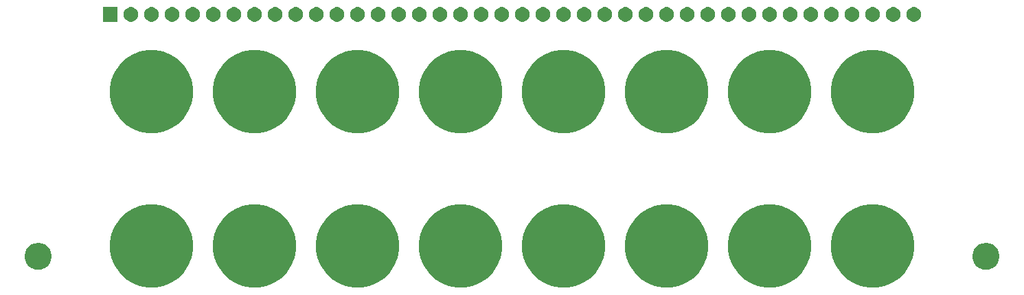
<source format=gbr>
From 1b8c0d32795be404dcd4f493d450cfa59134e1af Mon Sep 17 00:00:00 2001
From: Blaise Thompson <blaise@untzag.com>
Date: Fri, 7 May 2021 11:44:21 -0500
Subject: add

---
 .../front-panel-pcb/gerber/daughter-B_Mask.gbr     | 2344 ++++++++++++++++++++
 1 file changed, 2344 insertions(+)
 create mode 100644 potentiosynth/front-panel-pcb/gerber/daughter-B_Mask.gbr

(limited to 'potentiosynth/front-panel-pcb/gerber/daughter-B_Mask.gbr')

diff --git a/potentiosynth/front-panel-pcb/gerber/daughter-B_Mask.gbr b/potentiosynth/front-panel-pcb/gerber/daughter-B_Mask.gbr
new file mode 100644
index 0000000..42c86e9
--- /dev/null
+++ b/potentiosynth/front-panel-pcb/gerber/daughter-B_Mask.gbr
@@ -0,0 +1,2344 @@
+G04 #@! TF.GenerationSoftware,KiCad,Pcbnew,5.1.5+dfsg1-2*
+G04 #@! TF.CreationDate,2020-03-03T15:33:36-06:00*
+G04 #@! TF.ProjectId,daughter,64617567-6874-4657-922e-6b696361645f,1.3.1*
+G04 #@! TF.SameCoordinates,Original*
+G04 #@! TF.FileFunction,Soldermask,Bot*
+G04 #@! TF.FilePolarity,Negative*
+%FSLAX46Y46*%
+G04 Gerber Fmt 4.6, Leading zero omitted, Abs format (unit mm)*
+G04 Created by KiCad (PCBNEW 5.1.5+dfsg1-2) date 2020-03-03 15:33:36*
+%MOMM*%
+%LPD*%
+G04 APERTURE LIST*
+%ADD10C,0.100000*%
+G04 APERTURE END LIST*
+D10*
+G36*
+X159751008Y-99742590D02*
+G01*
+X160246658Y-99841181D01*
+X161180440Y-100227967D01*
+X162020822Y-100789492D01*
+X162735508Y-101504178D01*
+X163297033Y-102344560D01*
+X163683819Y-103278342D01*
+X163683819Y-103278344D01*
+X163881000Y-104269639D01*
+X163881000Y-105280361D01*
+X163782410Y-105776008D01*
+X163683819Y-106271658D01*
+X163297033Y-107205440D01*
+X162735508Y-108045822D01*
+X162020822Y-108760508D01*
+X161180440Y-109322033D01*
+X160246658Y-109708819D01*
+X159751009Y-109807409D01*
+X159255361Y-109906000D01*
+X158244639Y-109906000D01*
+X157748991Y-109807409D01*
+X157253342Y-109708819D01*
+X156319560Y-109322033D01*
+X155479178Y-108760508D01*
+X154764492Y-108045822D01*
+X154202967Y-107205440D01*
+X153816181Y-106271658D01*
+X153717591Y-105776009D01*
+X153619000Y-105280361D01*
+X153619000Y-104269639D01*
+X153816181Y-103278344D01*
+X153816181Y-103278342D01*
+X154202967Y-102344560D01*
+X154764492Y-101504178D01*
+X155479178Y-100789492D01*
+X156319560Y-100227967D01*
+X157253342Y-99841181D01*
+X157748991Y-99742591D01*
+X158244639Y-99644000D01*
+X159255361Y-99644000D01*
+X159751008Y-99742590D01*
+G37*
+G36*
+X134351008Y-99742590D02*
+G01*
+X134846658Y-99841181D01*
+X135780440Y-100227967D01*
+X136620822Y-100789492D01*
+X137335508Y-101504178D01*
+X137897033Y-102344560D01*
+X138283819Y-103278342D01*
+X138283819Y-103278344D01*
+X138481000Y-104269639D01*
+X138481000Y-105280361D01*
+X138382410Y-105776008D01*
+X138283819Y-106271658D01*
+X137897033Y-107205440D01*
+X137335508Y-108045822D01*
+X136620822Y-108760508D01*
+X135780440Y-109322033D01*
+X134846658Y-109708819D01*
+X134351009Y-109807409D01*
+X133855361Y-109906000D01*
+X132844639Y-109906000D01*
+X132348991Y-109807409D01*
+X131853342Y-109708819D01*
+X130919560Y-109322033D01*
+X130079178Y-108760508D01*
+X129364492Y-108045822D01*
+X128802967Y-107205440D01*
+X128416181Y-106271658D01*
+X128317591Y-105776009D01*
+X128219000Y-105280361D01*
+X128219000Y-104269639D01*
+X128416181Y-103278344D01*
+X128416181Y-103278342D01*
+X128802967Y-102344560D01*
+X129364492Y-101504178D01*
+X130079178Y-100789492D01*
+X130919560Y-100227967D01*
+X131853342Y-99841181D01*
+X132348991Y-99742591D01*
+X132844639Y-99644000D01*
+X133855361Y-99644000D01*
+X134351008Y-99742590D01*
+G37*
+G36*
+X108951008Y-99742590D02*
+G01*
+X109446658Y-99841181D01*
+X110380440Y-100227967D01*
+X111220822Y-100789492D01*
+X111935508Y-101504178D01*
+X112497033Y-102344560D01*
+X112883819Y-103278342D01*
+X112883819Y-103278344D01*
+X113081000Y-104269639D01*
+X113081000Y-105280361D01*
+X112982409Y-105776009D01*
+X112883819Y-106271658D01*
+X112497033Y-107205440D01*
+X111935508Y-108045822D01*
+X111220822Y-108760508D01*
+X110380440Y-109322033D01*
+X109446658Y-109708819D01*
+X108951009Y-109807409D01*
+X108455361Y-109906000D01*
+X107444639Y-109906000D01*
+X106948991Y-109807409D01*
+X106453342Y-109708819D01*
+X105519560Y-109322033D01*
+X104679178Y-108760508D01*
+X103964492Y-108045822D01*
+X103402967Y-107205440D01*
+X103016181Y-106271658D01*
+X102917591Y-105776009D01*
+X102819000Y-105280361D01*
+X102819000Y-104269639D01*
+X103016181Y-103278344D01*
+X103016181Y-103278342D01*
+X103402967Y-102344560D01*
+X103964492Y-101504178D01*
+X104679178Y-100789492D01*
+X105519560Y-100227967D01*
+X106453342Y-99841181D01*
+X106948991Y-99742591D01*
+X107444639Y-99644000D01*
+X108455361Y-99644000D01*
+X108951008Y-99742590D01*
+G37*
+G36*
+X83551008Y-99742590D02*
+G01*
+X84046658Y-99841181D01*
+X84980440Y-100227967D01*
+X85820822Y-100789492D01*
+X86535508Y-101504178D01*
+X87097033Y-102344560D01*
+X87483819Y-103278342D01*
+X87483819Y-103278344D01*
+X87681000Y-104269639D01*
+X87681000Y-105280361D01*
+X87582409Y-105776009D01*
+X87483819Y-106271658D01*
+X87097033Y-107205440D01*
+X86535508Y-108045822D01*
+X85820822Y-108760508D01*
+X84980440Y-109322033D01*
+X84046658Y-109708819D01*
+X83551009Y-109807409D01*
+X83055361Y-109906000D01*
+X82044639Y-109906000D01*
+X81548991Y-109807409D01*
+X81053342Y-109708819D01*
+X80119560Y-109322033D01*
+X79279178Y-108760508D01*
+X78564492Y-108045822D01*
+X78002967Y-107205440D01*
+X77616181Y-106271658D01*
+X77517591Y-105776009D01*
+X77419000Y-105280361D01*
+X77419000Y-104269639D01*
+X77616181Y-103278344D01*
+X77616181Y-103278342D01*
+X78002967Y-102344560D01*
+X78564492Y-101504178D01*
+X79279178Y-100789492D01*
+X80119560Y-100227967D01*
+X81053342Y-99841181D01*
+X81548991Y-99742591D01*
+X82044639Y-99644000D01*
+X83055361Y-99644000D01*
+X83551008Y-99742590D01*
+G37*
+G36*
+X147051008Y-99742590D02*
+G01*
+X147546658Y-99841181D01*
+X148480440Y-100227967D01*
+X149320822Y-100789492D01*
+X150035508Y-101504178D01*
+X150597033Y-102344560D01*
+X150983819Y-103278342D01*
+X150983819Y-103278344D01*
+X151181000Y-104269639D01*
+X151181000Y-105280361D01*
+X151082410Y-105776008D01*
+X150983819Y-106271658D01*
+X150597033Y-107205440D01*
+X150035508Y-108045822D01*
+X149320822Y-108760508D01*
+X148480440Y-109322033D01*
+X147546658Y-109708819D01*
+X147051009Y-109807409D01*
+X146555361Y-109906000D01*
+X145544639Y-109906000D01*
+X145048991Y-109807409D01*
+X144553342Y-109708819D01*
+X143619560Y-109322033D01*
+X142779178Y-108760508D01*
+X142064492Y-108045822D01*
+X141502967Y-107205440D01*
+X141116181Y-106271658D01*
+X141017591Y-105776009D01*
+X140919000Y-105280361D01*
+X140919000Y-104269639D01*
+X141116181Y-103278344D01*
+X141116181Y-103278342D01*
+X141502967Y-102344560D01*
+X142064492Y-101504178D01*
+X142779178Y-100789492D01*
+X143619560Y-100227967D01*
+X144553342Y-99841181D01*
+X145048991Y-99742591D01*
+X145544639Y-99644000D01*
+X146555361Y-99644000D01*
+X147051008Y-99742590D01*
+G37*
+G36*
+X121651008Y-99742590D02*
+G01*
+X122146658Y-99841181D01*
+X123080440Y-100227967D01*
+X123920822Y-100789492D01*
+X124635508Y-101504178D01*
+X125197033Y-102344560D01*
+X125583819Y-103278342D01*
+X125583819Y-103278344D01*
+X125781000Y-104269639D01*
+X125781000Y-105280361D01*
+X125682410Y-105776008D01*
+X125583819Y-106271658D01*
+X125197033Y-107205440D01*
+X124635508Y-108045822D01*
+X123920822Y-108760508D01*
+X123080440Y-109322033D01*
+X122146658Y-109708819D01*
+X121651009Y-109807409D01*
+X121155361Y-109906000D01*
+X120144639Y-109906000D01*
+X119648991Y-109807409D01*
+X119153342Y-109708819D01*
+X118219560Y-109322033D01*
+X117379178Y-108760508D01*
+X116664492Y-108045822D01*
+X116102967Y-107205440D01*
+X115716181Y-106271658D01*
+X115617591Y-105776009D01*
+X115519000Y-105280361D01*
+X115519000Y-104269639D01*
+X115716181Y-103278344D01*
+X115716181Y-103278342D01*
+X116102967Y-102344560D01*
+X116664492Y-101504178D01*
+X117379178Y-100789492D01*
+X118219560Y-100227967D01*
+X119153342Y-99841181D01*
+X119648991Y-99742591D01*
+X120144639Y-99644000D01*
+X121155361Y-99644000D01*
+X121651008Y-99742590D01*
+G37*
+G36*
+X70851008Y-99742590D02*
+G01*
+X71346658Y-99841181D01*
+X72280440Y-100227967D01*
+X73120822Y-100789492D01*
+X73835508Y-101504178D01*
+X74397033Y-102344560D01*
+X74783819Y-103278342D01*
+X74783819Y-103278344D01*
+X74981000Y-104269639D01*
+X74981000Y-105280361D01*
+X74882409Y-105776009D01*
+X74783819Y-106271658D01*
+X74397033Y-107205440D01*
+X73835508Y-108045822D01*
+X73120822Y-108760508D01*
+X72280440Y-109322033D01*
+X71346658Y-109708819D01*
+X70851009Y-109807409D01*
+X70355361Y-109906000D01*
+X69344639Y-109906000D01*
+X68848991Y-109807409D01*
+X68353342Y-109708819D01*
+X67419560Y-109322033D01*
+X66579178Y-108760508D01*
+X65864492Y-108045822D01*
+X65302967Y-107205440D01*
+X64916181Y-106271658D01*
+X64817591Y-105776009D01*
+X64719000Y-105280361D01*
+X64719000Y-104269639D01*
+X64916181Y-103278344D01*
+X64916181Y-103278342D01*
+X65302967Y-102344560D01*
+X65864492Y-101504178D01*
+X66579178Y-100789492D01*
+X67419560Y-100227967D01*
+X68353342Y-99841181D01*
+X68848991Y-99742591D01*
+X69344639Y-99644000D01*
+X70355361Y-99644000D01*
+X70851008Y-99742590D01*
+G37*
+G36*
+X96251008Y-99742590D02*
+G01*
+X96746658Y-99841181D01*
+X97680440Y-100227967D01*
+X98520822Y-100789492D01*
+X99235508Y-101504178D01*
+X99797033Y-102344560D01*
+X100183819Y-103278342D01*
+X100183819Y-103278344D01*
+X100381000Y-104269639D01*
+X100381000Y-105280361D01*
+X100282409Y-105776009D01*
+X100183819Y-106271658D01*
+X99797033Y-107205440D01*
+X99235508Y-108045822D01*
+X98520822Y-108760508D01*
+X97680440Y-109322033D01*
+X96746658Y-109708819D01*
+X96251009Y-109807409D01*
+X95755361Y-109906000D01*
+X94744639Y-109906000D01*
+X94248991Y-109807409D01*
+X93753342Y-109708819D01*
+X92819560Y-109322033D01*
+X91979178Y-108760508D01*
+X91264492Y-108045822D01*
+X90702967Y-107205440D01*
+X90316181Y-106271658D01*
+X90217591Y-105776009D01*
+X90119000Y-105280361D01*
+X90119000Y-104269639D01*
+X90316181Y-103278344D01*
+X90316181Y-103278342D01*
+X90702967Y-102344560D01*
+X91264492Y-101504178D01*
+X91979178Y-100789492D01*
+X92819560Y-100227967D01*
+X93753342Y-99841181D01*
+X94248991Y-99742591D01*
+X94744639Y-99644000D01*
+X95755361Y-99644000D01*
+X96251008Y-99742590D01*
+G37*
+G36*
+X173095256Y-104436298D02*
+G01*
+X173201579Y-104457447D01*
+X173502042Y-104581903D01*
+X173772451Y-104762585D01*
+X174002415Y-104992549D01*
+X174002416Y-104992551D01*
+X174183098Y-105262960D01*
+X174307553Y-105563422D01*
+X174371000Y-105882389D01*
+X174371000Y-106207611D01*
+X174358260Y-106271658D01*
+X174307553Y-106526579D01*
+X174183097Y-106827042D01*
+X174002415Y-107097451D01*
+X173772451Y-107327415D01*
+X173502042Y-107508097D01*
+X173201579Y-107632553D01*
+X173095256Y-107653702D01*
+X172882611Y-107696000D01*
+X172557389Y-107696000D01*
+X172344744Y-107653702D01*
+X172238421Y-107632553D01*
+X171937958Y-107508097D01*
+X171667549Y-107327415D01*
+X171437585Y-107097451D01*
+X171256903Y-106827042D01*
+X171132447Y-106526579D01*
+X171081740Y-106271658D01*
+X171069000Y-106207611D01*
+X171069000Y-105882389D01*
+X171132447Y-105563422D01*
+X171256902Y-105262960D01*
+X171437584Y-104992551D01*
+X171437585Y-104992549D01*
+X171667549Y-104762585D01*
+X171937958Y-104581903D01*
+X172238421Y-104457447D01*
+X172344744Y-104436298D01*
+X172557389Y-104394000D01*
+X172882611Y-104394000D01*
+X173095256Y-104436298D01*
+G37*
+G36*
+X56255256Y-104436298D02*
+G01*
+X56361579Y-104457447D01*
+X56662042Y-104581903D01*
+X56932451Y-104762585D01*
+X57162415Y-104992549D01*
+X57162416Y-104992551D01*
+X57343098Y-105262960D01*
+X57467553Y-105563422D01*
+X57531000Y-105882389D01*
+X57531000Y-106207611D01*
+X57518260Y-106271658D01*
+X57467553Y-106526579D01*
+X57343097Y-106827042D01*
+X57162415Y-107097451D01*
+X56932451Y-107327415D01*
+X56662042Y-107508097D01*
+X56361579Y-107632553D01*
+X56255256Y-107653702D01*
+X56042611Y-107696000D01*
+X55717389Y-107696000D01*
+X55504744Y-107653702D01*
+X55398421Y-107632553D01*
+X55097958Y-107508097D01*
+X54827549Y-107327415D01*
+X54597585Y-107097451D01*
+X54416903Y-106827042D01*
+X54292447Y-106526579D01*
+X54241740Y-106271658D01*
+X54229000Y-106207611D01*
+X54229000Y-105882389D01*
+X54292447Y-105563422D01*
+X54416902Y-105262960D01*
+X54597584Y-104992551D01*
+X54597585Y-104992549D01*
+X54827549Y-104762585D01*
+X55097958Y-104581903D01*
+X55398421Y-104457447D01*
+X55504744Y-104436298D01*
+X55717389Y-104394000D01*
+X56042611Y-104394000D01*
+X56255256Y-104436298D01*
+G37*
+G36*
+X159751008Y-80692590D02*
+G01*
+X160246658Y-80791181D01*
+X161180440Y-81177967D01*
+X162020822Y-81739492D01*
+X162735508Y-82454178D01*
+X163297033Y-83294560D01*
+X163683819Y-84228342D01*
+X163881000Y-85219641D01*
+X163881000Y-86230359D01*
+X163683819Y-87221658D01*
+X163297033Y-88155440D01*
+X162735508Y-88995822D01*
+X162020822Y-89710508D01*
+X161180440Y-90272033D01*
+X160246658Y-90658819D01*
+X159751008Y-90757410D01*
+X159255361Y-90856000D01*
+X158244639Y-90856000D01*
+X157748992Y-90757410D01*
+X157253342Y-90658819D01*
+X156319560Y-90272033D01*
+X155479178Y-89710508D01*
+X154764492Y-88995822D01*
+X154202967Y-88155440D01*
+X153816181Y-87221658D01*
+X153619000Y-86230359D01*
+X153619000Y-85219641D01*
+X153816181Y-84228342D01*
+X154202967Y-83294560D01*
+X154764492Y-82454178D01*
+X155479178Y-81739492D01*
+X156319560Y-81177967D01*
+X157253342Y-80791181D01*
+X157748991Y-80692591D01*
+X158244639Y-80594000D01*
+X159255361Y-80594000D01*
+X159751008Y-80692590D01*
+G37*
+G36*
+X121651008Y-80692590D02*
+G01*
+X122146658Y-80791181D01*
+X123080440Y-81177967D01*
+X123920822Y-81739492D01*
+X124635508Y-82454178D01*
+X125197033Y-83294560D01*
+X125583819Y-84228342D01*
+X125781000Y-85219641D01*
+X125781000Y-86230359D01*
+X125583819Y-87221658D01*
+X125197033Y-88155440D01*
+X124635508Y-88995822D01*
+X123920822Y-89710508D01*
+X123080440Y-90272033D01*
+X122146658Y-90658819D01*
+X121651008Y-90757410D01*
+X121155361Y-90856000D01*
+X120144639Y-90856000D01*
+X119648992Y-90757410D01*
+X119153342Y-90658819D01*
+X118219560Y-90272033D01*
+X117379178Y-89710508D01*
+X116664492Y-88995822D01*
+X116102967Y-88155440D01*
+X115716181Y-87221658D01*
+X115519000Y-86230359D01*
+X115519000Y-85219641D01*
+X115716181Y-84228342D01*
+X116102967Y-83294560D01*
+X116664492Y-82454178D01*
+X117379178Y-81739492D01*
+X118219560Y-81177967D01*
+X119153342Y-80791181D01*
+X119648992Y-80692590D01*
+X120144639Y-80594000D01*
+X121155361Y-80594000D01*
+X121651008Y-80692590D01*
+G37*
+G36*
+X147051008Y-80692590D02*
+G01*
+X147546658Y-80791181D01*
+X148480440Y-81177967D01*
+X149320822Y-81739492D01*
+X150035508Y-82454178D01*
+X150597033Y-83294560D01*
+X150983819Y-84228342D01*
+X151181000Y-85219641D01*
+X151181000Y-86230359D01*
+X150983819Y-87221658D01*
+X150597033Y-88155440D01*
+X150035508Y-88995822D01*
+X149320822Y-89710508D01*
+X148480440Y-90272033D01*
+X147546658Y-90658819D01*
+X147051008Y-90757410D01*
+X146555361Y-90856000D01*
+X145544639Y-90856000D01*
+X145048992Y-90757410D01*
+X144553342Y-90658819D01*
+X143619560Y-90272033D01*
+X142779178Y-89710508D01*
+X142064492Y-88995822D01*
+X141502967Y-88155440D01*
+X141116181Y-87221658D01*
+X140919000Y-86230359D01*
+X140919000Y-85219641D01*
+X141116181Y-84228342D01*
+X141502967Y-83294560D01*
+X142064492Y-82454178D01*
+X142779178Y-81739492D01*
+X143619560Y-81177967D01*
+X144553342Y-80791181D01*
+X145048991Y-80692591D01*
+X145544639Y-80594000D01*
+X146555361Y-80594000D01*
+X147051008Y-80692590D01*
+G37*
+G36*
+X108951008Y-80692590D02*
+G01*
+X109446658Y-80791181D01*
+X110380440Y-81177967D01*
+X111220822Y-81739492D01*
+X111935508Y-82454178D01*
+X112497033Y-83294560D01*
+X112883819Y-84228342D01*
+X113081000Y-85219641D01*
+X113081000Y-86230359D01*
+X112883819Y-87221658D01*
+X112497033Y-88155440D01*
+X111935508Y-88995822D01*
+X111220822Y-89710508D01*
+X110380440Y-90272033D01*
+X109446658Y-90658819D01*
+X108951008Y-90757410D01*
+X108455361Y-90856000D01*
+X107444639Y-90856000D01*
+X106948992Y-90757410D01*
+X106453342Y-90658819D01*
+X105519560Y-90272033D01*
+X104679178Y-89710508D01*
+X103964492Y-88995822D01*
+X103402967Y-88155440D01*
+X103016181Y-87221658D01*
+X102819000Y-86230359D01*
+X102819000Y-85219641D01*
+X103016181Y-84228342D01*
+X103402967Y-83294560D01*
+X103964492Y-82454178D01*
+X104679178Y-81739492D01*
+X105519560Y-81177967D01*
+X106453342Y-80791181D01*
+X106948992Y-80692590D01*
+X107444639Y-80594000D01*
+X108455361Y-80594000D01*
+X108951008Y-80692590D01*
+G37*
+G36*
+X96251008Y-80692590D02*
+G01*
+X96746658Y-80791181D01*
+X97680440Y-81177967D01*
+X98520822Y-81739492D01*
+X99235508Y-82454178D01*
+X99797033Y-83294560D01*
+X100183819Y-84228342D01*
+X100381000Y-85219641D01*
+X100381000Y-86230359D01*
+X100183819Y-87221658D01*
+X99797033Y-88155440D01*
+X99235508Y-88995822D01*
+X98520822Y-89710508D01*
+X97680440Y-90272033D01*
+X96746658Y-90658819D01*
+X96251008Y-90757410D01*
+X95755361Y-90856000D01*
+X94744639Y-90856000D01*
+X94248992Y-90757410D01*
+X93753342Y-90658819D01*
+X92819560Y-90272033D01*
+X91979178Y-89710508D01*
+X91264492Y-88995822D01*
+X90702967Y-88155440D01*
+X90316181Y-87221658D01*
+X90119000Y-86230359D01*
+X90119000Y-85219641D01*
+X90316181Y-84228342D01*
+X90702967Y-83294560D01*
+X91264492Y-82454178D01*
+X91979178Y-81739492D01*
+X92819560Y-81177967D01*
+X93753342Y-80791181D01*
+X94248992Y-80692590D01*
+X94744639Y-80594000D01*
+X95755361Y-80594000D01*
+X96251008Y-80692590D01*
+G37*
+G36*
+X83551008Y-80692590D02*
+G01*
+X84046658Y-80791181D01*
+X84980440Y-81177967D01*
+X85820822Y-81739492D01*
+X86535508Y-82454178D01*
+X87097033Y-83294560D01*
+X87483819Y-84228342D01*
+X87681000Y-85219641D01*
+X87681000Y-86230359D01*
+X87483819Y-87221658D01*
+X87097033Y-88155440D01*
+X86535508Y-88995822D01*
+X85820822Y-89710508D01*
+X84980440Y-90272033D01*
+X84046658Y-90658819D01*
+X83551008Y-90757410D01*
+X83055361Y-90856000D01*
+X82044639Y-90856000D01*
+X81548992Y-90757410D01*
+X81053342Y-90658819D01*
+X80119560Y-90272033D01*
+X79279178Y-89710508D01*
+X78564492Y-88995822D01*
+X78002967Y-88155440D01*
+X77616181Y-87221658D01*
+X77419000Y-86230359D01*
+X77419000Y-85219641D01*
+X77616181Y-84228342D01*
+X78002967Y-83294560D01*
+X78564492Y-82454178D01*
+X79279178Y-81739492D01*
+X80119560Y-81177967D01*
+X81053342Y-80791181D01*
+X81548992Y-80692590D01*
+X82044639Y-80594000D01*
+X83055361Y-80594000D01*
+X83551008Y-80692590D01*
+G37*
+G36*
+X70851008Y-80692590D02*
+G01*
+X71346658Y-80791181D01*
+X72280440Y-81177967D01*
+X73120822Y-81739492D01*
+X73835508Y-82454178D01*
+X74397033Y-83294560D01*
+X74783819Y-84228342D01*
+X74981000Y-85219641D01*
+X74981000Y-86230359D01*
+X74783819Y-87221658D01*
+X74397033Y-88155440D01*
+X73835508Y-88995822D01*
+X73120822Y-89710508D01*
+X72280440Y-90272033D01*
+X71346658Y-90658819D01*
+X70851008Y-90757410D01*
+X70355361Y-90856000D01*
+X69344639Y-90856000D01*
+X68848992Y-90757410D01*
+X68353342Y-90658819D01*
+X67419560Y-90272033D01*
+X66579178Y-89710508D01*
+X65864492Y-88995822D01*
+X65302967Y-88155440D01*
+X64916181Y-87221658D01*
+X64719000Y-86230359D01*
+X64719000Y-85219641D01*
+X64916181Y-84228342D01*
+X65302967Y-83294560D01*
+X65864492Y-82454178D01*
+X66579178Y-81739492D01*
+X67419560Y-81177967D01*
+X68353342Y-80791181D01*
+X68848992Y-80692590D01*
+X69344639Y-80594000D01*
+X70355361Y-80594000D01*
+X70851008Y-80692590D01*
+G37*
+G36*
+X134351008Y-80692590D02*
+G01*
+X134846658Y-80791181D01*
+X135780440Y-81177967D01*
+X136620822Y-81739492D01*
+X137335508Y-82454178D01*
+X137897033Y-83294560D01*
+X138283819Y-84228342D01*
+X138481000Y-85219641D01*
+X138481000Y-86230359D01*
+X138283819Y-87221658D01*
+X137897033Y-88155440D01*
+X137335508Y-88995822D01*
+X136620822Y-89710508D01*
+X135780440Y-90272033D01*
+X134846658Y-90658819D01*
+X134351008Y-90757410D01*
+X133855361Y-90856000D01*
+X132844639Y-90856000D01*
+X132348992Y-90757410D01*
+X131853342Y-90658819D01*
+X130919560Y-90272033D01*
+X130079178Y-89710508D01*
+X129364492Y-88995822D01*
+X128802967Y-88155440D01*
+X128416181Y-87221658D01*
+X128219000Y-86230359D01*
+X128219000Y-85219641D01*
+X128416181Y-84228342D01*
+X128802967Y-83294560D01*
+X129364492Y-82454178D01*
+X130079178Y-81739492D01*
+X130919560Y-81177967D01*
+X131853342Y-80791181D01*
+X132348991Y-80692591D01*
+X132844639Y-80594000D01*
+X133855361Y-80594000D01*
+X134351008Y-80692590D01*
+G37*
+G36*
+X85203512Y-75303927D02*
+G01*
+X85352812Y-75333624D01*
+X85516784Y-75401544D01*
+X85664354Y-75500147D01*
+X85789853Y-75625646D01*
+X85888456Y-75773216D01*
+X85956376Y-75937188D01*
+X85991000Y-76111259D01*
+X85991000Y-76288741D01*
+X85956376Y-76462812D01*
+X85888456Y-76626784D01*
+X85789853Y-76774354D01*
+X85664354Y-76899853D01*
+X85516784Y-76998456D01*
+X85352812Y-77066376D01*
+X85203512Y-77096073D01*
+X85178742Y-77101000D01*
+X85001258Y-77101000D01*
+X84976488Y-77096073D01*
+X84827188Y-77066376D01*
+X84663216Y-76998456D01*
+X84515646Y-76899853D01*
+X84390147Y-76774354D01*
+X84291544Y-76626784D01*
+X84223624Y-76462812D01*
+X84189000Y-76288741D01*
+X84189000Y-76111259D01*
+X84223624Y-75937188D01*
+X84291544Y-75773216D01*
+X84390147Y-75625646D01*
+X84515646Y-75500147D01*
+X84663216Y-75401544D01*
+X84827188Y-75333624D01*
+X84976488Y-75303927D01*
+X85001258Y-75299000D01*
+X85178742Y-75299000D01*
+X85203512Y-75303927D01*
+G37*
+G36*
+X133463512Y-75303927D02*
+G01*
+X133612812Y-75333624D01*
+X133776784Y-75401544D01*
+X133924354Y-75500147D01*
+X134049853Y-75625646D01*
+X134148456Y-75773216D01*
+X134216376Y-75937188D01*
+X134251000Y-76111259D01*
+X134251000Y-76288741D01*
+X134216376Y-76462812D01*
+X134148456Y-76626784D01*
+X134049853Y-76774354D01*
+X133924354Y-76899853D01*
+X133776784Y-76998456D01*
+X133612812Y-77066376D01*
+X133463512Y-77096073D01*
+X133438742Y-77101000D01*
+X133261258Y-77101000D01*
+X133236488Y-77096073D01*
+X133087188Y-77066376D01*
+X132923216Y-76998456D01*
+X132775646Y-76899853D01*
+X132650147Y-76774354D01*
+X132551544Y-76626784D01*
+X132483624Y-76462812D01*
+X132449000Y-76288741D01*
+X132449000Y-76111259D01*
+X132483624Y-75937188D01*
+X132551544Y-75773216D01*
+X132650147Y-75625646D01*
+X132775646Y-75500147D01*
+X132923216Y-75401544D01*
+X133087188Y-75333624D01*
+X133236488Y-75303927D01*
+X133261258Y-75299000D01*
+X133438742Y-75299000D01*
+X133463512Y-75303927D01*
+G37*
+G36*
+X87743512Y-75303927D02*
+G01*
+X87892812Y-75333624D01*
+X88056784Y-75401544D01*
+X88204354Y-75500147D01*
+X88329853Y-75625646D01*
+X88428456Y-75773216D01*
+X88496376Y-75937188D01*
+X88531000Y-76111259D01*
+X88531000Y-76288741D01*
+X88496376Y-76462812D01*
+X88428456Y-76626784D01*
+X88329853Y-76774354D01*
+X88204354Y-76899853D01*
+X88056784Y-76998456D01*
+X87892812Y-77066376D01*
+X87743512Y-77096073D01*
+X87718742Y-77101000D01*
+X87541258Y-77101000D01*
+X87516488Y-77096073D01*
+X87367188Y-77066376D01*
+X87203216Y-76998456D01*
+X87055646Y-76899853D01*
+X86930147Y-76774354D01*
+X86831544Y-76626784D01*
+X86763624Y-76462812D01*
+X86729000Y-76288741D01*
+X86729000Y-76111259D01*
+X86763624Y-75937188D01*
+X86831544Y-75773216D01*
+X86930147Y-75625646D01*
+X87055646Y-75500147D01*
+X87203216Y-75401544D01*
+X87367188Y-75333624D01*
+X87516488Y-75303927D01*
+X87541258Y-75299000D01*
+X87718742Y-75299000D01*
+X87743512Y-75303927D01*
+G37*
+G36*
+X90283512Y-75303927D02*
+G01*
+X90432812Y-75333624D01*
+X90596784Y-75401544D01*
+X90744354Y-75500147D01*
+X90869853Y-75625646D01*
+X90968456Y-75773216D01*
+X91036376Y-75937188D01*
+X91071000Y-76111259D01*
+X91071000Y-76288741D01*
+X91036376Y-76462812D01*
+X90968456Y-76626784D01*
+X90869853Y-76774354D01*
+X90744354Y-76899853D01*
+X90596784Y-76998456D01*
+X90432812Y-77066376D01*
+X90283512Y-77096073D01*
+X90258742Y-77101000D01*
+X90081258Y-77101000D01*
+X90056488Y-77096073D01*
+X89907188Y-77066376D01*
+X89743216Y-76998456D01*
+X89595646Y-76899853D01*
+X89470147Y-76774354D01*
+X89371544Y-76626784D01*
+X89303624Y-76462812D01*
+X89269000Y-76288741D01*
+X89269000Y-76111259D01*
+X89303624Y-75937188D01*
+X89371544Y-75773216D01*
+X89470147Y-75625646D01*
+X89595646Y-75500147D01*
+X89743216Y-75401544D01*
+X89907188Y-75333624D01*
+X90056488Y-75303927D01*
+X90081258Y-75299000D01*
+X90258742Y-75299000D01*
+X90283512Y-75303927D01*
+G37*
+G36*
+X92823512Y-75303927D02*
+G01*
+X92972812Y-75333624D01*
+X93136784Y-75401544D01*
+X93284354Y-75500147D01*
+X93409853Y-75625646D01*
+X93508456Y-75773216D01*
+X93576376Y-75937188D01*
+X93611000Y-76111259D01*
+X93611000Y-76288741D01*
+X93576376Y-76462812D01*
+X93508456Y-76626784D01*
+X93409853Y-76774354D01*
+X93284354Y-76899853D01*
+X93136784Y-76998456D01*
+X92972812Y-77066376D01*
+X92823512Y-77096073D01*
+X92798742Y-77101000D01*
+X92621258Y-77101000D01*
+X92596488Y-77096073D01*
+X92447188Y-77066376D01*
+X92283216Y-76998456D01*
+X92135646Y-76899853D01*
+X92010147Y-76774354D01*
+X91911544Y-76626784D01*
+X91843624Y-76462812D01*
+X91809000Y-76288741D01*
+X91809000Y-76111259D01*
+X91843624Y-75937188D01*
+X91911544Y-75773216D01*
+X92010147Y-75625646D01*
+X92135646Y-75500147D01*
+X92283216Y-75401544D01*
+X92447188Y-75333624D01*
+X92596488Y-75303927D01*
+X92621258Y-75299000D01*
+X92798742Y-75299000D01*
+X92823512Y-75303927D01*
+G37*
+G36*
+X95363512Y-75303927D02*
+G01*
+X95512812Y-75333624D01*
+X95676784Y-75401544D01*
+X95824354Y-75500147D01*
+X95949853Y-75625646D01*
+X96048456Y-75773216D01*
+X96116376Y-75937188D01*
+X96151000Y-76111259D01*
+X96151000Y-76288741D01*
+X96116376Y-76462812D01*
+X96048456Y-76626784D01*
+X95949853Y-76774354D01*
+X95824354Y-76899853D01*
+X95676784Y-76998456D01*
+X95512812Y-77066376D01*
+X95363512Y-77096073D01*
+X95338742Y-77101000D01*
+X95161258Y-77101000D01*
+X95136488Y-77096073D01*
+X94987188Y-77066376D01*
+X94823216Y-76998456D01*
+X94675646Y-76899853D01*
+X94550147Y-76774354D01*
+X94451544Y-76626784D01*
+X94383624Y-76462812D01*
+X94349000Y-76288741D01*
+X94349000Y-76111259D01*
+X94383624Y-75937188D01*
+X94451544Y-75773216D01*
+X94550147Y-75625646D01*
+X94675646Y-75500147D01*
+X94823216Y-75401544D01*
+X94987188Y-75333624D01*
+X95136488Y-75303927D01*
+X95161258Y-75299000D01*
+X95338742Y-75299000D01*
+X95363512Y-75303927D01*
+G37*
+G36*
+X97903512Y-75303927D02*
+G01*
+X98052812Y-75333624D01*
+X98216784Y-75401544D01*
+X98364354Y-75500147D01*
+X98489853Y-75625646D01*
+X98588456Y-75773216D01*
+X98656376Y-75937188D01*
+X98691000Y-76111259D01*
+X98691000Y-76288741D01*
+X98656376Y-76462812D01*
+X98588456Y-76626784D01*
+X98489853Y-76774354D01*
+X98364354Y-76899853D01*
+X98216784Y-76998456D01*
+X98052812Y-77066376D01*
+X97903512Y-77096073D01*
+X97878742Y-77101000D01*
+X97701258Y-77101000D01*
+X97676488Y-77096073D01*
+X97527188Y-77066376D01*
+X97363216Y-76998456D01*
+X97215646Y-76899853D01*
+X97090147Y-76774354D01*
+X96991544Y-76626784D01*
+X96923624Y-76462812D01*
+X96889000Y-76288741D01*
+X96889000Y-76111259D01*
+X96923624Y-75937188D01*
+X96991544Y-75773216D01*
+X97090147Y-75625646D01*
+X97215646Y-75500147D01*
+X97363216Y-75401544D01*
+X97527188Y-75333624D01*
+X97676488Y-75303927D01*
+X97701258Y-75299000D01*
+X97878742Y-75299000D01*
+X97903512Y-75303927D01*
+G37*
+G36*
+X65671000Y-77101000D02*
+G01*
+X63869000Y-77101000D01*
+X63869000Y-75299000D01*
+X65671000Y-75299000D01*
+X65671000Y-77101000D01*
+G37*
+G36*
+X102983512Y-75303927D02*
+G01*
+X103132812Y-75333624D01*
+X103296784Y-75401544D01*
+X103444354Y-75500147D01*
+X103569853Y-75625646D01*
+X103668456Y-75773216D01*
+X103736376Y-75937188D01*
+X103771000Y-76111259D01*
+X103771000Y-76288741D01*
+X103736376Y-76462812D01*
+X103668456Y-76626784D01*
+X103569853Y-76774354D01*
+X103444354Y-76899853D01*
+X103296784Y-76998456D01*
+X103132812Y-77066376D01*
+X102983512Y-77096073D01*
+X102958742Y-77101000D01*
+X102781258Y-77101000D01*
+X102756488Y-77096073D01*
+X102607188Y-77066376D01*
+X102443216Y-76998456D01*
+X102295646Y-76899853D01*
+X102170147Y-76774354D01*
+X102071544Y-76626784D01*
+X102003624Y-76462812D01*
+X101969000Y-76288741D01*
+X101969000Y-76111259D01*
+X102003624Y-75937188D01*
+X102071544Y-75773216D01*
+X102170147Y-75625646D01*
+X102295646Y-75500147D01*
+X102443216Y-75401544D01*
+X102607188Y-75333624D01*
+X102756488Y-75303927D01*
+X102781258Y-75299000D01*
+X102958742Y-75299000D01*
+X102983512Y-75303927D01*
+G37*
+G36*
+X105523512Y-75303927D02*
+G01*
+X105672812Y-75333624D01*
+X105836784Y-75401544D01*
+X105984354Y-75500147D01*
+X106109853Y-75625646D01*
+X106208456Y-75773216D01*
+X106276376Y-75937188D01*
+X106311000Y-76111259D01*
+X106311000Y-76288741D01*
+X106276376Y-76462812D01*
+X106208456Y-76626784D01*
+X106109853Y-76774354D01*
+X105984354Y-76899853D01*
+X105836784Y-76998456D01*
+X105672812Y-77066376D01*
+X105523512Y-77096073D01*
+X105498742Y-77101000D01*
+X105321258Y-77101000D01*
+X105296488Y-77096073D01*
+X105147188Y-77066376D01*
+X104983216Y-76998456D01*
+X104835646Y-76899853D01*
+X104710147Y-76774354D01*
+X104611544Y-76626784D01*
+X104543624Y-76462812D01*
+X104509000Y-76288741D01*
+X104509000Y-76111259D01*
+X104543624Y-75937188D01*
+X104611544Y-75773216D01*
+X104710147Y-75625646D01*
+X104835646Y-75500147D01*
+X104983216Y-75401544D01*
+X105147188Y-75333624D01*
+X105296488Y-75303927D01*
+X105321258Y-75299000D01*
+X105498742Y-75299000D01*
+X105523512Y-75303927D01*
+G37*
+G36*
+X108063512Y-75303927D02*
+G01*
+X108212812Y-75333624D01*
+X108376784Y-75401544D01*
+X108524354Y-75500147D01*
+X108649853Y-75625646D01*
+X108748456Y-75773216D01*
+X108816376Y-75937188D01*
+X108851000Y-76111259D01*
+X108851000Y-76288741D01*
+X108816376Y-76462812D01*
+X108748456Y-76626784D01*
+X108649853Y-76774354D01*
+X108524354Y-76899853D01*
+X108376784Y-76998456D01*
+X108212812Y-77066376D01*
+X108063512Y-77096073D01*
+X108038742Y-77101000D01*
+X107861258Y-77101000D01*
+X107836488Y-77096073D01*
+X107687188Y-77066376D01*
+X107523216Y-76998456D01*
+X107375646Y-76899853D01*
+X107250147Y-76774354D01*
+X107151544Y-76626784D01*
+X107083624Y-76462812D01*
+X107049000Y-76288741D01*
+X107049000Y-76111259D01*
+X107083624Y-75937188D01*
+X107151544Y-75773216D01*
+X107250147Y-75625646D01*
+X107375646Y-75500147D01*
+X107523216Y-75401544D01*
+X107687188Y-75333624D01*
+X107836488Y-75303927D01*
+X107861258Y-75299000D01*
+X108038742Y-75299000D01*
+X108063512Y-75303927D01*
+G37*
+G36*
+X110603512Y-75303927D02*
+G01*
+X110752812Y-75333624D01*
+X110916784Y-75401544D01*
+X111064354Y-75500147D01*
+X111189853Y-75625646D01*
+X111288456Y-75773216D01*
+X111356376Y-75937188D01*
+X111391000Y-76111259D01*
+X111391000Y-76288741D01*
+X111356376Y-76462812D01*
+X111288456Y-76626784D01*
+X111189853Y-76774354D01*
+X111064354Y-76899853D01*
+X110916784Y-76998456D01*
+X110752812Y-77066376D01*
+X110603512Y-77096073D01*
+X110578742Y-77101000D01*
+X110401258Y-77101000D01*
+X110376488Y-77096073D01*
+X110227188Y-77066376D01*
+X110063216Y-76998456D01*
+X109915646Y-76899853D01*
+X109790147Y-76774354D01*
+X109691544Y-76626784D01*
+X109623624Y-76462812D01*
+X109589000Y-76288741D01*
+X109589000Y-76111259D01*
+X109623624Y-75937188D01*
+X109691544Y-75773216D01*
+X109790147Y-75625646D01*
+X109915646Y-75500147D01*
+X110063216Y-75401544D01*
+X110227188Y-75333624D01*
+X110376488Y-75303927D01*
+X110401258Y-75299000D01*
+X110578742Y-75299000D01*
+X110603512Y-75303927D01*
+G37*
+G36*
+X113143512Y-75303927D02*
+G01*
+X113292812Y-75333624D01*
+X113456784Y-75401544D01*
+X113604354Y-75500147D01*
+X113729853Y-75625646D01*
+X113828456Y-75773216D01*
+X113896376Y-75937188D01*
+X113931000Y-76111259D01*
+X113931000Y-76288741D01*
+X113896376Y-76462812D01*
+X113828456Y-76626784D01*
+X113729853Y-76774354D01*
+X113604354Y-76899853D01*
+X113456784Y-76998456D01*
+X113292812Y-77066376D01*
+X113143512Y-77096073D01*
+X113118742Y-77101000D01*
+X112941258Y-77101000D01*
+X112916488Y-77096073D01*
+X112767188Y-77066376D01*
+X112603216Y-76998456D01*
+X112455646Y-76899853D01*
+X112330147Y-76774354D01*
+X112231544Y-76626784D01*
+X112163624Y-76462812D01*
+X112129000Y-76288741D01*
+X112129000Y-76111259D01*
+X112163624Y-75937188D01*
+X112231544Y-75773216D01*
+X112330147Y-75625646D01*
+X112455646Y-75500147D01*
+X112603216Y-75401544D01*
+X112767188Y-75333624D01*
+X112916488Y-75303927D01*
+X112941258Y-75299000D01*
+X113118742Y-75299000D01*
+X113143512Y-75303927D01*
+G37*
+G36*
+X115683512Y-75303927D02*
+G01*
+X115832812Y-75333624D01*
+X115996784Y-75401544D01*
+X116144354Y-75500147D01*
+X116269853Y-75625646D01*
+X116368456Y-75773216D01*
+X116436376Y-75937188D01*
+X116471000Y-76111259D01*
+X116471000Y-76288741D01*
+X116436376Y-76462812D01*
+X116368456Y-76626784D01*
+X116269853Y-76774354D01*
+X116144354Y-76899853D01*
+X115996784Y-76998456D01*
+X115832812Y-77066376D01*
+X115683512Y-77096073D01*
+X115658742Y-77101000D01*
+X115481258Y-77101000D01*
+X115456488Y-77096073D01*
+X115307188Y-77066376D01*
+X115143216Y-76998456D01*
+X114995646Y-76899853D01*
+X114870147Y-76774354D01*
+X114771544Y-76626784D01*
+X114703624Y-76462812D01*
+X114669000Y-76288741D01*
+X114669000Y-76111259D01*
+X114703624Y-75937188D01*
+X114771544Y-75773216D01*
+X114870147Y-75625646D01*
+X114995646Y-75500147D01*
+X115143216Y-75401544D01*
+X115307188Y-75333624D01*
+X115456488Y-75303927D01*
+X115481258Y-75299000D01*
+X115658742Y-75299000D01*
+X115683512Y-75303927D01*
+G37*
+G36*
+X118223512Y-75303927D02*
+G01*
+X118372812Y-75333624D01*
+X118536784Y-75401544D01*
+X118684354Y-75500147D01*
+X118809853Y-75625646D01*
+X118908456Y-75773216D01*
+X118976376Y-75937188D01*
+X119011000Y-76111259D01*
+X119011000Y-76288741D01*
+X118976376Y-76462812D01*
+X118908456Y-76626784D01*
+X118809853Y-76774354D01*
+X118684354Y-76899853D01*
+X118536784Y-76998456D01*
+X118372812Y-77066376D01*
+X118223512Y-77096073D01*
+X118198742Y-77101000D01*
+X118021258Y-77101000D01*
+X117996488Y-77096073D01*
+X117847188Y-77066376D01*
+X117683216Y-76998456D01*
+X117535646Y-76899853D01*
+X117410147Y-76774354D01*
+X117311544Y-76626784D01*
+X117243624Y-76462812D01*
+X117209000Y-76288741D01*
+X117209000Y-76111259D01*
+X117243624Y-75937188D01*
+X117311544Y-75773216D01*
+X117410147Y-75625646D01*
+X117535646Y-75500147D01*
+X117683216Y-75401544D01*
+X117847188Y-75333624D01*
+X117996488Y-75303927D01*
+X118021258Y-75299000D01*
+X118198742Y-75299000D01*
+X118223512Y-75303927D01*
+G37*
+G36*
+X120763512Y-75303927D02*
+G01*
+X120912812Y-75333624D01*
+X121076784Y-75401544D01*
+X121224354Y-75500147D01*
+X121349853Y-75625646D01*
+X121448456Y-75773216D01*
+X121516376Y-75937188D01*
+X121551000Y-76111259D01*
+X121551000Y-76288741D01*
+X121516376Y-76462812D01*
+X121448456Y-76626784D01*
+X121349853Y-76774354D01*
+X121224354Y-76899853D01*
+X121076784Y-76998456D01*
+X120912812Y-77066376D01*
+X120763512Y-77096073D01*
+X120738742Y-77101000D01*
+X120561258Y-77101000D01*
+X120536488Y-77096073D01*
+X120387188Y-77066376D01*
+X120223216Y-76998456D01*
+X120075646Y-76899853D01*
+X119950147Y-76774354D01*
+X119851544Y-76626784D01*
+X119783624Y-76462812D01*
+X119749000Y-76288741D01*
+X119749000Y-76111259D01*
+X119783624Y-75937188D01*
+X119851544Y-75773216D01*
+X119950147Y-75625646D01*
+X120075646Y-75500147D01*
+X120223216Y-75401544D01*
+X120387188Y-75333624D01*
+X120536488Y-75303927D01*
+X120561258Y-75299000D01*
+X120738742Y-75299000D01*
+X120763512Y-75303927D01*
+G37*
+G36*
+X123303512Y-75303927D02*
+G01*
+X123452812Y-75333624D01*
+X123616784Y-75401544D01*
+X123764354Y-75500147D01*
+X123889853Y-75625646D01*
+X123988456Y-75773216D01*
+X124056376Y-75937188D01*
+X124091000Y-76111259D01*
+X124091000Y-76288741D01*
+X124056376Y-76462812D01*
+X123988456Y-76626784D01*
+X123889853Y-76774354D01*
+X123764354Y-76899853D01*
+X123616784Y-76998456D01*
+X123452812Y-77066376D01*
+X123303512Y-77096073D01*
+X123278742Y-77101000D01*
+X123101258Y-77101000D01*
+X123076488Y-77096073D01*
+X122927188Y-77066376D01*
+X122763216Y-76998456D01*
+X122615646Y-76899853D01*
+X122490147Y-76774354D01*
+X122391544Y-76626784D01*
+X122323624Y-76462812D01*
+X122289000Y-76288741D01*
+X122289000Y-76111259D01*
+X122323624Y-75937188D01*
+X122391544Y-75773216D01*
+X122490147Y-75625646D01*
+X122615646Y-75500147D01*
+X122763216Y-75401544D01*
+X122927188Y-75333624D01*
+X123076488Y-75303927D01*
+X123101258Y-75299000D01*
+X123278742Y-75299000D01*
+X123303512Y-75303927D01*
+G37*
+G36*
+X125843512Y-75303927D02*
+G01*
+X125992812Y-75333624D01*
+X126156784Y-75401544D01*
+X126304354Y-75500147D01*
+X126429853Y-75625646D01*
+X126528456Y-75773216D01*
+X126596376Y-75937188D01*
+X126631000Y-76111259D01*
+X126631000Y-76288741D01*
+X126596376Y-76462812D01*
+X126528456Y-76626784D01*
+X126429853Y-76774354D01*
+X126304354Y-76899853D01*
+X126156784Y-76998456D01*
+X125992812Y-77066376D01*
+X125843512Y-77096073D01*
+X125818742Y-77101000D01*
+X125641258Y-77101000D01*
+X125616488Y-77096073D01*
+X125467188Y-77066376D01*
+X125303216Y-76998456D01*
+X125155646Y-76899853D01*
+X125030147Y-76774354D01*
+X124931544Y-76626784D01*
+X124863624Y-76462812D01*
+X124829000Y-76288741D01*
+X124829000Y-76111259D01*
+X124863624Y-75937188D01*
+X124931544Y-75773216D01*
+X125030147Y-75625646D01*
+X125155646Y-75500147D01*
+X125303216Y-75401544D01*
+X125467188Y-75333624D01*
+X125616488Y-75303927D01*
+X125641258Y-75299000D01*
+X125818742Y-75299000D01*
+X125843512Y-75303927D01*
+G37*
+G36*
+X128383512Y-75303927D02*
+G01*
+X128532812Y-75333624D01*
+X128696784Y-75401544D01*
+X128844354Y-75500147D01*
+X128969853Y-75625646D01*
+X129068456Y-75773216D01*
+X129136376Y-75937188D01*
+X129171000Y-76111259D01*
+X129171000Y-76288741D01*
+X129136376Y-76462812D01*
+X129068456Y-76626784D01*
+X128969853Y-76774354D01*
+X128844354Y-76899853D01*
+X128696784Y-76998456D01*
+X128532812Y-77066376D01*
+X128383512Y-77096073D01*
+X128358742Y-77101000D01*
+X128181258Y-77101000D01*
+X128156488Y-77096073D01*
+X128007188Y-77066376D01*
+X127843216Y-76998456D01*
+X127695646Y-76899853D01*
+X127570147Y-76774354D01*
+X127471544Y-76626784D01*
+X127403624Y-76462812D01*
+X127369000Y-76288741D01*
+X127369000Y-76111259D01*
+X127403624Y-75937188D01*
+X127471544Y-75773216D01*
+X127570147Y-75625646D01*
+X127695646Y-75500147D01*
+X127843216Y-75401544D01*
+X128007188Y-75333624D01*
+X128156488Y-75303927D01*
+X128181258Y-75299000D01*
+X128358742Y-75299000D01*
+X128383512Y-75303927D01*
+G37*
+G36*
+X130923512Y-75303927D02*
+G01*
+X131072812Y-75333624D01*
+X131236784Y-75401544D01*
+X131384354Y-75500147D01*
+X131509853Y-75625646D01*
+X131608456Y-75773216D01*
+X131676376Y-75937188D01*
+X131711000Y-76111259D01*
+X131711000Y-76288741D01*
+X131676376Y-76462812D01*
+X131608456Y-76626784D01*
+X131509853Y-76774354D01*
+X131384354Y-76899853D01*
+X131236784Y-76998456D01*
+X131072812Y-77066376D01*
+X130923512Y-77096073D01*
+X130898742Y-77101000D01*
+X130721258Y-77101000D01*
+X130696488Y-77096073D01*
+X130547188Y-77066376D01*
+X130383216Y-76998456D01*
+X130235646Y-76899853D01*
+X130110147Y-76774354D01*
+X130011544Y-76626784D01*
+X129943624Y-76462812D01*
+X129909000Y-76288741D01*
+X129909000Y-76111259D01*
+X129943624Y-75937188D01*
+X130011544Y-75773216D01*
+X130110147Y-75625646D01*
+X130235646Y-75500147D01*
+X130383216Y-75401544D01*
+X130547188Y-75333624D01*
+X130696488Y-75303927D01*
+X130721258Y-75299000D01*
+X130898742Y-75299000D01*
+X130923512Y-75303927D01*
+G37*
+G36*
+X161403512Y-75303927D02*
+G01*
+X161552812Y-75333624D01*
+X161716784Y-75401544D01*
+X161864354Y-75500147D01*
+X161989853Y-75625646D01*
+X162088456Y-75773216D01*
+X162156376Y-75937188D01*
+X162191000Y-76111259D01*
+X162191000Y-76288741D01*
+X162156376Y-76462812D01*
+X162088456Y-76626784D01*
+X161989853Y-76774354D01*
+X161864354Y-76899853D01*
+X161716784Y-76998456D01*
+X161552812Y-77066376D01*
+X161403512Y-77096073D01*
+X161378742Y-77101000D01*
+X161201258Y-77101000D01*
+X161176488Y-77096073D01*
+X161027188Y-77066376D01*
+X160863216Y-76998456D01*
+X160715646Y-76899853D01*
+X160590147Y-76774354D01*
+X160491544Y-76626784D01*
+X160423624Y-76462812D01*
+X160389000Y-76288741D01*
+X160389000Y-76111259D01*
+X160423624Y-75937188D01*
+X160491544Y-75773216D01*
+X160590147Y-75625646D01*
+X160715646Y-75500147D01*
+X160863216Y-75401544D01*
+X161027188Y-75333624D01*
+X161176488Y-75303927D01*
+X161201258Y-75299000D01*
+X161378742Y-75299000D01*
+X161403512Y-75303927D01*
+G37*
+G36*
+X138543512Y-75303927D02*
+G01*
+X138692812Y-75333624D01*
+X138856784Y-75401544D01*
+X139004354Y-75500147D01*
+X139129853Y-75625646D01*
+X139228456Y-75773216D01*
+X139296376Y-75937188D01*
+X139331000Y-76111259D01*
+X139331000Y-76288741D01*
+X139296376Y-76462812D01*
+X139228456Y-76626784D01*
+X139129853Y-76774354D01*
+X139004354Y-76899853D01*
+X138856784Y-76998456D01*
+X138692812Y-77066376D01*
+X138543512Y-77096073D01*
+X138518742Y-77101000D01*
+X138341258Y-77101000D01*
+X138316488Y-77096073D01*
+X138167188Y-77066376D01*
+X138003216Y-76998456D01*
+X137855646Y-76899853D01*
+X137730147Y-76774354D01*
+X137631544Y-76626784D01*
+X137563624Y-76462812D01*
+X137529000Y-76288741D01*
+X137529000Y-76111259D01*
+X137563624Y-75937188D01*
+X137631544Y-75773216D01*
+X137730147Y-75625646D01*
+X137855646Y-75500147D01*
+X138003216Y-75401544D01*
+X138167188Y-75333624D01*
+X138316488Y-75303927D01*
+X138341258Y-75299000D01*
+X138518742Y-75299000D01*
+X138543512Y-75303927D01*
+G37*
+G36*
+X141083512Y-75303927D02*
+G01*
+X141232812Y-75333624D01*
+X141396784Y-75401544D01*
+X141544354Y-75500147D01*
+X141669853Y-75625646D01*
+X141768456Y-75773216D01*
+X141836376Y-75937188D01*
+X141871000Y-76111259D01*
+X141871000Y-76288741D01*
+X141836376Y-76462812D01*
+X141768456Y-76626784D01*
+X141669853Y-76774354D01*
+X141544354Y-76899853D01*
+X141396784Y-76998456D01*
+X141232812Y-77066376D01*
+X141083512Y-77096073D01*
+X141058742Y-77101000D01*
+X140881258Y-77101000D01*
+X140856488Y-77096073D01*
+X140707188Y-77066376D01*
+X140543216Y-76998456D01*
+X140395646Y-76899853D01*
+X140270147Y-76774354D01*
+X140171544Y-76626784D01*
+X140103624Y-76462812D01*
+X140069000Y-76288741D01*
+X140069000Y-76111259D01*
+X140103624Y-75937188D01*
+X140171544Y-75773216D01*
+X140270147Y-75625646D01*
+X140395646Y-75500147D01*
+X140543216Y-75401544D01*
+X140707188Y-75333624D01*
+X140856488Y-75303927D01*
+X140881258Y-75299000D01*
+X141058742Y-75299000D01*
+X141083512Y-75303927D01*
+G37*
+G36*
+X143623512Y-75303927D02*
+G01*
+X143772812Y-75333624D01*
+X143936784Y-75401544D01*
+X144084354Y-75500147D01*
+X144209853Y-75625646D01*
+X144308456Y-75773216D01*
+X144376376Y-75937188D01*
+X144411000Y-76111259D01*
+X144411000Y-76288741D01*
+X144376376Y-76462812D01*
+X144308456Y-76626784D01*
+X144209853Y-76774354D01*
+X144084354Y-76899853D01*
+X143936784Y-76998456D01*
+X143772812Y-77066376D01*
+X143623512Y-77096073D01*
+X143598742Y-77101000D01*
+X143421258Y-77101000D01*
+X143396488Y-77096073D01*
+X143247188Y-77066376D01*
+X143083216Y-76998456D01*
+X142935646Y-76899853D01*
+X142810147Y-76774354D01*
+X142711544Y-76626784D01*
+X142643624Y-76462812D01*
+X142609000Y-76288741D01*
+X142609000Y-76111259D01*
+X142643624Y-75937188D01*
+X142711544Y-75773216D01*
+X142810147Y-75625646D01*
+X142935646Y-75500147D01*
+X143083216Y-75401544D01*
+X143247188Y-75333624D01*
+X143396488Y-75303927D01*
+X143421258Y-75299000D01*
+X143598742Y-75299000D01*
+X143623512Y-75303927D01*
+G37*
+G36*
+X146163512Y-75303927D02*
+G01*
+X146312812Y-75333624D01*
+X146476784Y-75401544D01*
+X146624354Y-75500147D01*
+X146749853Y-75625646D01*
+X146848456Y-75773216D01*
+X146916376Y-75937188D01*
+X146951000Y-76111259D01*
+X146951000Y-76288741D01*
+X146916376Y-76462812D01*
+X146848456Y-76626784D01*
+X146749853Y-76774354D01*
+X146624354Y-76899853D01*
+X146476784Y-76998456D01*
+X146312812Y-77066376D01*
+X146163512Y-77096073D01*
+X146138742Y-77101000D01*
+X145961258Y-77101000D01*
+X145936488Y-77096073D01*
+X145787188Y-77066376D01*
+X145623216Y-76998456D01*
+X145475646Y-76899853D01*
+X145350147Y-76774354D01*
+X145251544Y-76626784D01*
+X145183624Y-76462812D01*
+X145149000Y-76288741D01*
+X145149000Y-76111259D01*
+X145183624Y-75937188D01*
+X145251544Y-75773216D01*
+X145350147Y-75625646D01*
+X145475646Y-75500147D01*
+X145623216Y-75401544D01*
+X145787188Y-75333624D01*
+X145936488Y-75303927D01*
+X145961258Y-75299000D01*
+X146138742Y-75299000D01*
+X146163512Y-75303927D01*
+G37*
+G36*
+X148703512Y-75303927D02*
+G01*
+X148852812Y-75333624D01*
+X149016784Y-75401544D01*
+X149164354Y-75500147D01*
+X149289853Y-75625646D01*
+X149388456Y-75773216D01*
+X149456376Y-75937188D01*
+X149491000Y-76111259D01*
+X149491000Y-76288741D01*
+X149456376Y-76462812D01*
+X149388456Y-76626784D01*
+X149289853Y-76774354D01*
+X149164354Y-76899853D01*
+X149016784Y-76998456D01*
+X148852812Y-77066376D01*
+X148703512Y-77096073D01*
+X148678742Y-77101000D01*
+X148501258Y-77101000D01*
+X148476488Y-77096073D01*
+X148327188Y-77066376D01*
+X148163216Y-76998456D01*
+X148015646Y-76899853D01*
+X147890147Y-76774354D01*
+X147791544Y-76626784D01*
+X147723624Y-76462812D01*
+X147689000Y-76288741D01*
+X147689000Y-76111259D01*
+X147723624Y-75937188D01*
+X147791544Y-75773216D01*
+X147890147Y-75625646D01*
+X148015646Y-75500147D01*
+X148163216Y-75401544D01*
+X148327188Y-75333624D01*
+X148476488Y-75303927D01*
+X148501258Y-75299000D01*
+X148678742Y-75299000D01*
+X148703512Y-75303927D01*
+G37*
+G36*
+X151243512Y-75303927D02*
+G01*
+X151392812Y-75333624D01*
+X151556784Y-75401544D01*
+X151704354Y-75500147D01*
+X151829853Y-75625646D01*
+X151928456Y-75773216D01*
+X151996376Y-75937188D01*
+X152031000Y-76111259D01*
+X152031000Y-76288741D01*
+X151996376Y-76462812D01*
+X151928456Y-76626784D01*
+X151829853Y-76774354D01*
+X151704354Y-76899853D01*
+X151556784Y-76998456D01*
+X151392812Y-77066376D01*
+X151243512Y-77096073D01*
+X151218742Y-77101000D01*
+X151041258Y-77101000D01*
+X151016488Y-77096073D01*
+X150867188Y-77066376D01*
+X150703216Y-76998456D01*
+X150555646Y-76899853D01*
+X150430147Y-76774354D01*
+X150331544Y-76626784D01*
+X150263624Y-76462812D01*
+X150229000Y-76288741D01*
+X150229000Y-76111259D01*
+X150263624Y-75937188D01*
+X150331544Y-75773216D01*
+X150430147Y-75625646D01*
+X150555646Y-75500147D01*
+X150703216Y-75401544D01*
+X150867188Y-75333624D01*
+X151016488Y-75303927D01*
+X151041258Y-75299000D01*
+X151218742Y-75299000D01*
+X151243512Y-75303927D01*
+G37*
+G36*
+X153783512Y-75303927D02*
+G01*
+X153932812Y-75333624D01*
+X154096784Y-75401544D01*
+X154244354Y-75500147D01*
+X154369853Y-75625646D01*
+X154468456Y-75773216D01*
+X154536376Y-75937188D01*
+X154571000Y-76111259D01*
+X154571000Y-76288741D01*
+X154536376Y-76462812D01*
+X154468456Y-76626784D01*
+X154369853Y-76774354D01*
+X154244354Y-76899853D01*
+X154096784Y-76998456D01*
+X153932812Y-77066376D01*
+X153783512Y-77096073D01*
+X153758742Y-77101000D01*
+X153581258Y-77101000D01*
+X153556488Y-77096073D01*
+X153407188Y-77066376D01*
+X153243216Y-76998456D01*
+X153095646Y-76899853D01*
+X152970147Y-76774354D01*
+X152871544Y-76626784D01*
+X152803624Y-76462812D01*
+X152769000Y-76288741D01*
+X152769000Y-76111259D01*
+X152803624Y-75937188D01*
+X152871544Y-75773216D01*
+X152970147Y-75625646D01*
+X153095646Y-75500147D01*
+X153243216Y-75401544D01*
+X153407188Y-75333624D01*
+X153556488Y-75303927D01*
+X153581258Y-75299000D01*
+X153758742Y-75299000D01*
+X153783512Y-75303927D01*
+G37*
+G36*
+X156323512Y-75303927D02*
+G01*
+X156472812Y-75333624D01*
+X156636784Y-75401544D01*
+X156784354Y-75500147D01*
+X156909853Y-75625646D01*
+X157008456Y-75773216D01*
+X157076376Y-75937188D01*
+X157111000Y-76111259D01*
+X157111000Y-76288741D01*
+X157076376Y-76462812D01*
+X157008456Y-76626784D01*
+X156909853Y-76774354D01*
+X156784354Y-76899853D01*
+X156636784Y-76998456D01*
+X156472812Y-77066376D01*
+X156323512Y-77096073D01*
+X156298742Y-77101000D01*
+X156121258Y-77101000D01*
+X156096488Y-77096073D01*
+X155947188Y-77066376D01*
+X155783216Y-76998456D01*
+X155635646Y-76899853D01*
+X155510147Y-76774354D01*
+X155411544Y-76626784D01*
+X155343624Y-76462812D01*
+X155309000Y-76288741D01*
+X155309000Y-76111259D01*
+X155343624Y-75937188D01*
+X155411544Y-75773216D01*
+X155510147Y-75625646D01*
+X155635646Y-75500147D01*
+X155783216Y-75401544D01*
+X155947188Y-75333624D01*
+X156096488Y-75303927D01*
+X156121258Y-75299000D01*
+X156298742Y-75299000D01*
+X156323512Y-75303927D01*
+G37*
+G36*
+X158863512Y-75303927D02*
+G01*
+X159012812Y-75333624D01*
+X159176784Y-75401544D01*
+X159324354Y-75500147D01*
+X159449853Y-75625646D01*
+X159548456Y-75773216D01*
+X159616376Y-75937188D01*
+X159651000Y-76111259D01*
+X159651000Y-76288741D01*
+X159616376Y-76462812D01*
+X159548456Y-76626784D01*
+X159449853Y-76774354D01*
+X159324354Y-76899853D01*
+X159176784Y-76998456D01*
+X159012812Y-77066376D01*
+X158863512Y-77096073D01*
+X158838742Y-77101000D01*
+X158661258Y-77101000D01*
+X158636488Y-77096073D01*
+X158487188Y-77066376D01*
+X158323216Y-76998456D01*
+X158175646Y-76899853D01*
+X158050147Y-76774354D01*
+X157951544Y-76626784D01*
+X157883624Y-76462812D01*
+X157849000Y-76288741D01*
+X157849000Y-76111259D01*
+X157883624Y-75937188D01*
+X157951544Y-75773216D01*
+X158050147Y-75625646D01*
+X158175646Y-75500147D01*
+X158323216Y-75401544D01*
+X158487188Y-75333624D01*
+X158636488Y-75303927D01*
+X158661258Y-75299000D01*
+X158838742Y-75299000D01*
+X158863512Y-75303927D01*
+G37*
+G36*
+X82663512Y-75303927D02*
+G01*
+X82812812Y-75333624D01*
+X82976784Y-75401544D01*
+X83124354Y-75500147D01*
+X83249853Y-75625646D01*
+X83348456Y-75773216D01*
+X83416376Y-75937188D01*
+X83451000Y-76111259D01*
+X83451000Y-76288741D01*
+X83416376Y-76462812D01*
+X83348456Y-76626784D01*
+X83249853Y-76774354D01*
+X83124354Y-76899853D01*
+X82976784Y-76998456D01*
+X82812812Y-77066376D01*
+X82663512Y-77096073D01*
+X82638742Y-77101000D01*
+X82461258Y-77101000D01*
+X82436488Y-77096073D01*
+X82287188Y-77066376D01*
+X82123216Y-76998456D01*
+X81975646Y-76899853D01*
+X81850147Y-76774354D01*
+X81751544Y-76626784D01*
+X81683624Y-76462812D01*
+X81649000Y-76288741D01*
+X81649000Y-76111259D01*
+X81683624Y-75937188D01*
+X81751544Y-75773216D01*
+X81850147Y-75625646D01*
+X81975646Y-75500147D01*
+X82123216Y-75401544D01*
+X82287188Y-75333624D01*
+X82436488Y-75303927D01*
+X82461258Y-75299000D01*
+X82638742Y-75299000D01*
+X82663512Y-75303927D01*
+G37*
+G36*
+X136003512Y-75303927D02*
+G01*
+X136152812Y-75333624D01*
+X136316784Y-75401544D01*
+X136464354Y-75500147D01*
+X136589853Y-75625646D01*
+X136688456Y-75773216D01*
+X136756376Y-75937188D01*
+X136791000Y-76111259D01*
+X136791000Y-76288741D01*
+X136756376Y-76462812D01*
+X136688456Y-76626784D01*
+X136589853Y-76774354D01*
+X136464354Y-76899853D01*
+X136316784Y-76998456D01*
+X136152812Y-77066376D01*
+X136003512Y-77096073D01*
+X135978742Y-77101000D01*
+X135801258Y-77101000D01*
+X135776488Y-77096073D01*
+X135627188Y-77066376D01*
+X135463216Y-76998456D01*
+X135315646Y-76899853D01*
+X135190147Y-76774354D01*
+X135091544Y-76626784D01*
+X135023624Y-76462812D01*
+X134989000Y-76288741D01*
+X134989000Y-76111259D01*
+X135023624Y-75937188D01*
+X135091544Y-75773216D01*
+X135190147Y-75625646D01*
+X135315646Y-75500147D01*
+X135463216Y-75401544D01*
+X135627188Y-75333624D01*
+X135776488Y-75303927D01*
+X135801258Y-75299000D01*
+X135978742Y-75299000D01*
+X136003512Y-75303927D01*
+G37*
+G36*
+X100443512Y-75303927D02*
+G01*
+X100592812Y-75333624D01*
+X100756784Y-75401544D01*
+X100904354Y-75500147D01*
+X101029853Y-75625646D01*
+X101128456Y-75773216D01*
+X101196376Y-75937188D01*
+X101231000Y-76111259D01*
+X101231000Y-76288741D01*
+X101196376Y-76462812D01*
+X101128456Y-76626784D01*
+X101029853Y-76774354D01*
+X100904354Y-76899853D01*
+X100756784Y-76998456D01*
+X100592812Y-77066376D01*
+X100443512Y-77096073D01*
+X100418742Y-77101000D01*
+X100241258Y-77101000D01*
+X100216488Y-77096073D01*
+X100067188Y-77066376D01*
+X99903216Y-76998456D01*
+X99755646Y-76899853D01*
+X99630147Y-76774354D01*
+X99531544Y-76626784D01*
+X99463624Y-76462812D01*
+X99429000Y-76288741D01*
+X99429000Y-76111259D01*
+X99463624Y-75937188D01*
+X99531544Y-75773216D01*
+X99630147Y-75625646D01*
+X99755646Y-75500147D01*
+X99903216Y-75401544D01*
+X100067188Y-75333624D01*
+X100216488Y-75303927D01*
+X100241258Y-75299000D01*
+X100418742Y-75299000D01*
+X100443512Y-75303927D01*
+G37*
+G36*
+X163943512Y-75303927D02*
+G01*
+X164092812Y-75333624D01*
+X164256784Y-75401544D01*
+X164404354Y-75500147D01*
+X164529853Y-75625646D01*
+X164628456Y-75773216D01*
+X164696376Y-75937188D01*
+X164731000Y-76111259D01*
+X164731000Y-76288741D01*
+X164696376Y-76462812D01*
+X164628456Y-76626784D01*
+X164529853Y-76774354D01*
+X164404354Y-76899853D01*
+X164256784Y-76998456D01*
+X164092812Y-77066376D01*
+X163943512Y-77096073D01*
+X163918742Y-77101000D01*
+X163741258Y-77101000D01*
+X163716488Y-77096073D01*
+X163567188Y-77066376D01*
+X163403216Y-76998456D01*
+X163255646Y-76899853D01*
+X163130147Y-76774354D01*
+X163031544Y-76626784D01*
+X162963624Y-76462812D01*
+X162929000Y-76288741D01*
+X162929000Y-76111259D01*
+X162963624Y-75937188D01*
+X163031544Y-75773216D01*
+X163130147Y-75625646D01*
+X163255646Y-75500147D01*
+X163403216Y-75401544D01*
+X163567188Y-75333624D01*
+X163716488Y-75303927D01*
+X163741258Y-75299000D01*
+X163918742Y-75299000D01*
+X163943512Y-75303927D01*
+G37*
+G36*
+X67423512Y-75303927D02*
+G01*
+X67572812Y-75333624D01*
+X67736784Y-75401544D01*
+X67884354Y-75500147D01*
+X68009853Y-75625646D01*
+X68108456Y-75773216D01*
+X68176376Y-75937188D01*
+X68211000Y-76111259D01*
+X68211000Y-76288741D01*
+X68176376Y-76462812D01*
+X68108456Y-76626784D01*
+X68009853Y-76774354D01*
+X67884354Y-76899853D01*
+X67736784Y-76998456D01*
+X67572812Y-77066376D01*
+X67423512Y-77096073D01*
+X67398742Y-77101000D01*
+X67221258Y-77101000D01*
+X67196488Y-77096073D01*
+X67047188Y-77066376D01*
+X66883216Y-76998456D01*
+X66735646Y-76899853D01*
+X66610147Y-76774354D01*
+X66511544Y-76626784D01*
+X66443624Y-76462812D01*
+X66409000Y-76288741D01*
+X66409000Y-76111259D01*
+X66443624Y-75937188D01*
+X66511544Y-75773216D01*
+X66610147Y-75625646D01*
+X66735646Y-75500147D01*
+X66883216Y-75401544D01*
+X67047188Y-75333624D01*
+X67196488Y-75303927D01*
+X67221258Y-75299000D01*
+X67398742Y-75299000D01*
+X67423512Y-75303927D01*
+G37*
+G36*
+X69963512Y-75303927D02*
+G01*
+X70112812Y-75333624D01*
+X70276784Y-75401544D01*
+X70424354Y-75500147D01*
+X70549853Y-75625646D01*
+X70648456Y-75773216D01*
+X70716376Y-75937188D01*
+X70751000Y-76111259D01*
+X70751000Y-76288741D01*
+X70716376Y-76462812D01*
+X70648456Y-76626784D01*
+X70549853Y-76774354D01*
+X70424354Y-76899853D01*
+X70276784Y-76998456D01*
+X70112812Y-77066376D01*
+X69963512Y-77096073D01*
+X69938742Y-77101000D01*
+X69761258Y-77101000D01*
+X69736488Y-77096073D01*
+X69587188Y-77066376D01*
+X69423216Y-76998456D01*
+X69275646Y-76899853D01*
+X69150147Y-76774354D01*
+X69051544Y-76626784D01*
+X68983624Y-76462812D01*
+X68949000Y-76288741D01*
+X68949000Y-76111259D01*
+X68983624Y-75937188D01*
+X69051544Y-75773216D01*
+X69150147Y-75625646D01*
+X69275646Y-75500147D01*
+X69423216Y-75401544D01*
+X69587188Y-75333624D01*
+X69736488Y-75303927D01*
+X69761258Y-75299000D01*
+X69938742Y-75299000D01*
+X69963512Y-75303927D01*
+G37*
+G36*
+X72503512Y-75303927D02*
+G01*
+X72652812Y-75333624D01*
+X72816784Y-75401544D01*
+X72964354Y-75500147D01*
+X73089853Y-75625646D01*
+X73188456Y-75773216D01*
+X73256376Y-75937188D01*
+X73291000Y-76111259D01*
+X73291000Y-76288741D01*
+X73256376Y-76462812D01*
+X73188456Y-76626784D01*
+X73089853Y-76774354D01*
+X72964354Y-76899853D01*
+X72816784Y-76998456D01*
+X72652812Y-77066376D01*
+X72503512Y-77096073D01*
+X72478742Y-77101000D01*
+X72301258Y-77101000D01*
+X72276488Y-77096073D01*
+X72127188Y-77066376D01*
+X71963216Y-76998456D01*
+X71815646Y-76899853D01*
+X71690147Y-76774354D01*
+X71591544Y-76626784D01*
+X71523624Y-76462812D01*
+X71489000Y-76288741D01*
+X71489000Y-76111259D01*
+X71523624Y-75937188D01*
+X71591544Y-75773216D01*
+X71690147Y-75625646D01*
+X71815646Y-75500147D01*
+X71963216Y-75401544D01*
+X72127188Y-75333624D01*
+X72276488Y-75303927D01*
+X72301258Y-75299000D01*
+X72478742Y-75299000D01*
+X72503512Y-75303927D01*
+G37*
+G36*
+X75043512Y-75303927D02*
+G01*
+X75192812Y-75333624D01*
+X75356784Y-75401544D01*
+X75504354Y-75500147D01*
+X75629853Y-75625646D01*
+X75728456Y-75773216D01*
+X75796376Y-75937188D01*
+X75831000Y-76111259D01*
+X75831000Y-76288741D01*
+X75796376Y-76462812D01*
+X75728456Y-76626784D01*
+X75629853Y-76774354D01*
+X75504354Y-76899853D01*
+X75356784Y-76998456D01*
+X75192812Y-77066376D01*
+X75043512Y-77096073D01*
+X75018742Y-77101000D01*
+X74841258Y-77101000D01*
+X74816488Y-77096073D01*
+X74667188Y-77066376D01*
+X74503216Y-76998456D01*
+X74355646Y-76899853D01*
+X74230147Y-76774354D01*
+X74131544Y-76626784D01*
+X74063624Y-76462812D01*
+X74029000Y-76288741D01*
+X74029000Y-76111259D01*
+X74063624Y-75937188D01*
+X74131544Y-75773216D01*
+X74230147Y-75625646D01*
+X74355646Y-75500147D01*
+X74503216Y-75401544D01*
+X74667188Y-75333624D01*
+X74816488Y-75303927D01*
+X74841258Y-75299000D01*
+X75018742Y-75299000D01*
+X75043512Y-75303927D01*
+G37*
+G36*
+X77583512Y-75303927D02*
+G01*
+X77732812Y-75333624D01*
+X77896784Y-75401544D01*
+X78044354Y-75500147D01*
+X78169853Y-75625646D01*
+X78268456Y-75773216D01*
+X78336376Y-75937188D01*
+X78371000Y-76111259D01*
+X78371000Y-76288741D01*
+X78336376Y-76462812D01*
+X78268456Y-76626784D01*
+X78169853Y-76774354D01*
+X78044354Y-76899853D01*
+X77896784Y-76998456D01*
+X77732812Y-77066376D01*
+X77583512Y-77096073D01*
+X77558742Y-77101000D01*
+X77381258Y-77101000D01*
+X77356488Y-77096073D01*
+X77207188Y-77066376D01*
+X77043216Y-76998456D01*
+X76895646Y-76899853D01*
+X76770147Y-76774354D01*
+X76671544Y-76626784D01*
+X76603624Y-76462812D01*
+X76569000Y-76288741D01*
+X76569000Y-76111259D01*
+X76603624Y-75937188D01*
+X76671544Y-75773216D01*
+X76770147Y-75625646D01*
+X76895646Y-75500147D01*
+X77043216Y-75401544D01*
+X77207188Y-75333624D01*
+X77356488Y-75303927D01*
+X77381258Y-75299000D01*
+X77558742Y-75299000D01*
+X77583512Y-75303927D01*
+G37*
+G36*
+X80123512Y-75303927D02*
+G01*
+X80272812Y-75333624D01*
+X80436784Y-75401544D01*
+X80584354Y-75500147D01*
+X80709853Y-75625646D01*
+X80808456Y-75773216D01*
+X80876376Y-75937188D01*
+X80911000Y-76111259D01*
+X80911000Y-76288741D01*
+X80876376Y-76462812D01*
+X80808456Y-76626784D01*
+X80709853Y-76774354D01*
+X80584354Y-76899853D01*
+X80436784Y-76998456D01*
+X80272812Y-77066376D01*
+X80123512Y-77096073D01*
+X80098742Y-77101000D01*
+X79921258Y-77101000D01*
+X79896488Y-77096073D01*
+X79747188Y-77066376D01*
+X79583216Y-76998456D01*
+X79435646Y-76899853D01*
+X79310147Y-76774354D01*
+X79211544Y-76626784D01*
+X79143624Y-76462812D01*
+X79109000Y-76288741D01*
+X79109000Y-76111259D01*
+X79143624Y-75937188D01*
+X79211544Y-75773216D01*
+X79310147Y-75625646D01*
+X79435646Y-75500147D01*
+X79583216Y-75401544D01*
+X79747188Y-75333624D01*
+X79896488Y-75303927D01*
+X79921258Y-75299000D01*
+X80098742Y-75299000D01*
+X80123512Y-75303927D01*
+G37*
+M02*
-- 
cgit v1.2.3


</source>
